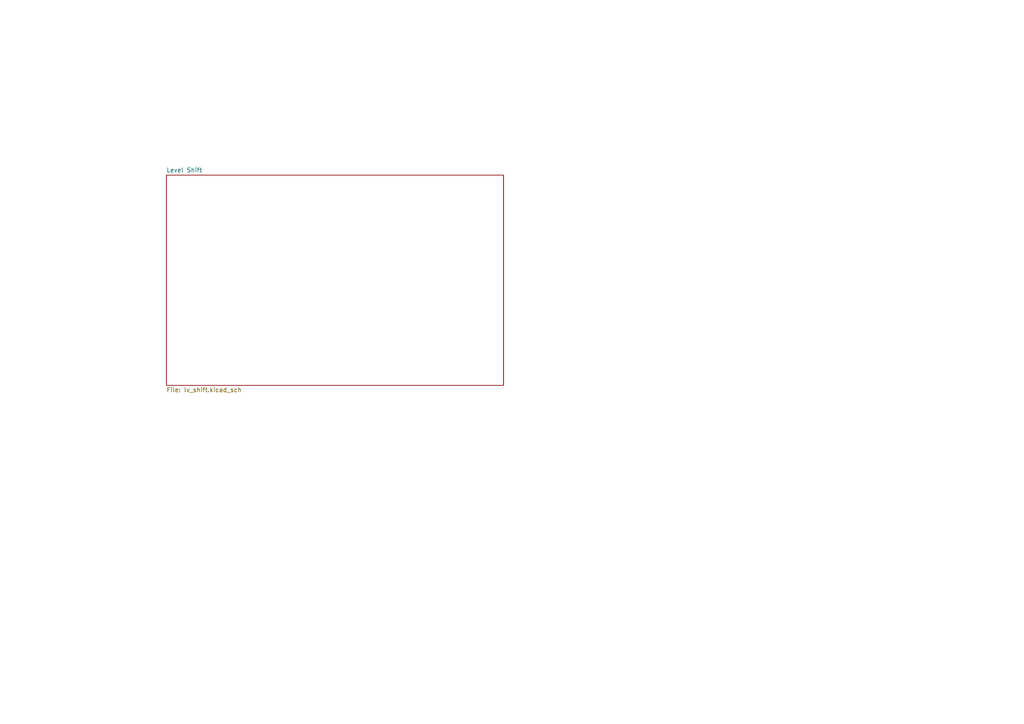
<source format=kicad_sch>
(kicad_sch (version 20211123) (generator eeschema)
  (paper "A4")
  (lib_symbols)
  (sheet (at 48.26 50.8) (size 97.79 60.96) (stroke (width 0.1524))
    (property "Sheet name" "Level Shift" (at 48.26 50.0884 0) (effects (justify left bottom)))
    (property "Sheet file" "lv_shift.kicad_sch" (at 48.26 112.3446 0) (effects (justify left top)))
  )
)
</source>
